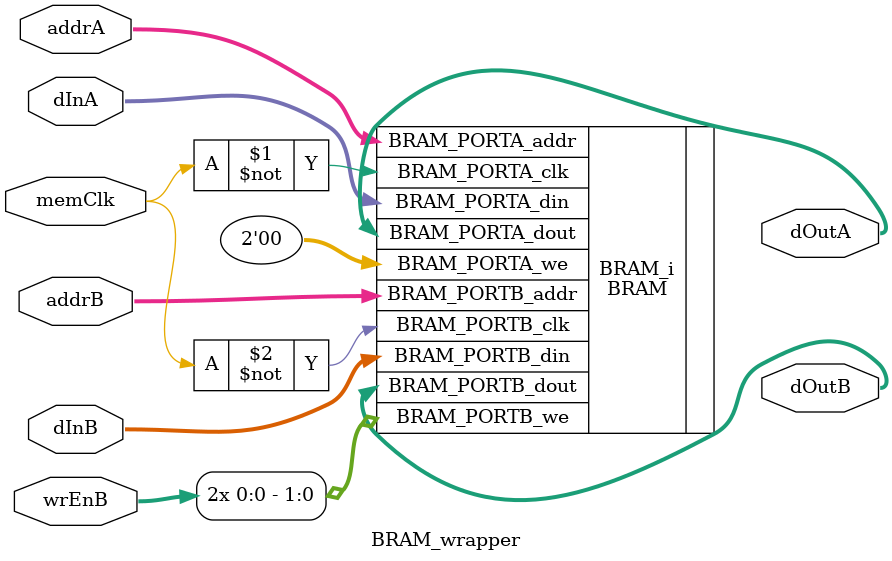
<source format=v>
`timescale 1 ps / 1 ps

module BRAM_wrapper(
    input memClk,
    input [15:0] addrA,
    input [15:0] dInA,
    input [15:0] addrB,
    input [15:0] dInB,
    input wrEnB,
    output [15:0] dOutA,
    output [15:0] dOutB
  );

  BRAM BRAM_i (
    .BRAM_PORTA_addr(addrA[15:0]),
    .BRAM_PORTA_clk(~memClk),
    .BRAM_PORTA_din(dInA[15:0]),
    .BRAM_PORTA_dout(dOutA[15:0]),
    .BRAM_PORTA_we(2'b00),
    .BRAM_PORTB_addr(addrB[15:0]),
    .BRAM_PORTB_clk(~memClk),
    .BRAM_PORTB_din(dInB[15:0]),
    .BRAM_PORTB_dout(dOutB[15:0]),
    .BRAM_PORTB_we({wrEnB, wrEnB}));
endmodule

</source>
